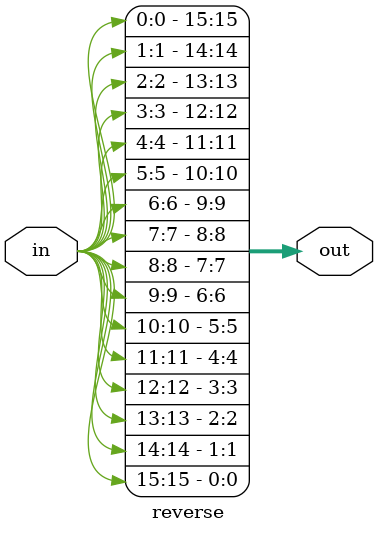
<source format=v>
module reverse (in, out);

	input [15:0] in;
	output [15:0] out;

	assign out = {in[0], 
				  in[1],
	              in[2],
	              in[3], 
				  in[4],
	              in[5], 
				  in[6],
	              in[7], 
				  in[8],
	              in[9], 
				  in[10],
	              in[11], 
				  in[12],
	              in[13], 
				  in[14],
	              in[15]};

endmodule
</source>
